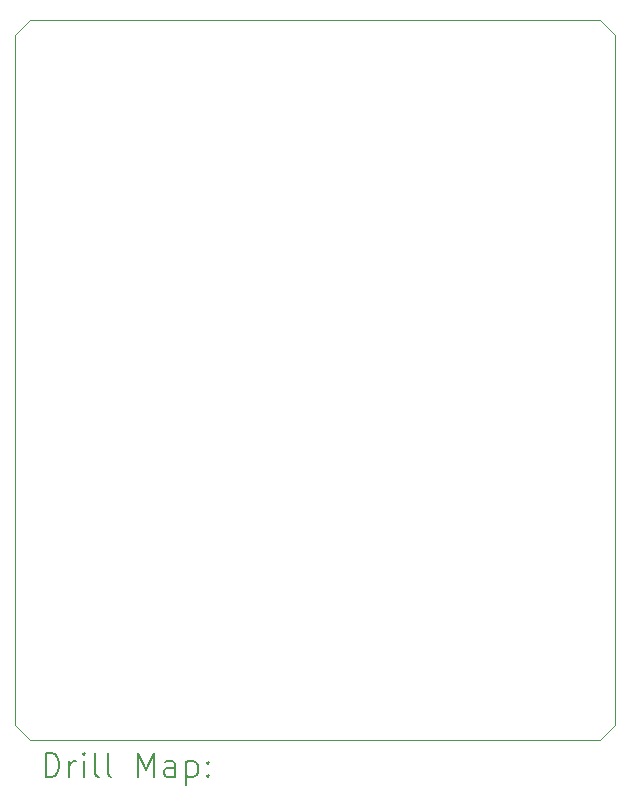
<source format=gbr>
%TF.GenerationSoftware,KiCad,Pcbnew,9.0.1*%
%TF.CreationDate,2025-10-08T22:03:19-06:00*%
%TF.ProjectId,testbench,74657374-6265-46e6-9368-2e6b69636164,rev?*%
%TF.SameCoordinates,Original*%
%TF.FileFunction,Drillmap*%
%TF.FilePolarity,Positive*%
%FSLAX45Y45*%
G04 Gerber Fmt 4.5, Leading zero omitted, Abs format (unit mm)*
G04 Created by KiCad (PCBNEW 9.0.1) date 2025-10-08 22:03:19*
%MOMM*%
%LPD*%
G01*
G04 APERTURE LIST*
%ADD10C,0.050000*%
%ADD11C,0.200000*%
G04 APERTURE END LIST*
D10*
X10922000Y-13589000D02*
X10922000Y-8382000D01*
X11049000Y-13716000D02*
X10922000Y-13589000D01*
X15875000Y-13716000D02*
X11049000Y-13716000D01*
X16002000Y-13589000D02*
X15875000Y-13716000D01*
X16002000Y-7747000D02*
X16002000Y-13589000D01*
X15875000Y-7620000D02*
X16002000Y-7747000D01*
X11049000Y-7620000D02*
X15875000Y-7620000D01*
X10922000Y-7747000D02*
X11049000Y-7620000D01*
X10922000Y-8382000D02*
X10922000Y-7747000D01*
D11*
X11180277Y-14029984D02*
X11180277Y-13829984D01*
X11180277Y-13829984D02*
X11227896Y-13829984D01*
X11227896Y-13829984D02*
X11256467Y-13839508D01*
X11256467Y-13839508D02*
X11275515Y-13858555D01*
X11275515Y-13858555D02*
X11285039Y-13877603D01*
X11285039Y-13877603D02*
X11294562Y-13915698D01*
X11294562Y-13915698D02*
X11294562Y-13944269D01*
X11294562Y-13944269D02*
X11285039Y-13982365D01*
X11285039Y-13982365D02*
X11275515Y-14001412D01*
X11275515Y-14001412D02*
X11256467Y-14020460D01*
X11256467Y-14020460D02*
X11227896Y-14029984D01*
X11227896Y-14029984D02*
X11180277Y-14029984D01*
X11380277Y-14029984D02*
X11380277Y-13896650D01*
X11380277Y-13934746D02*
X11389801Y-13915698D01*
X11389801Y-13915698D02*
X11399324Y-13906174D01*
X11399324Y-13906174D02*
X11418372Y-13896650D01*
X11418372Y-13896650D02*
X11437420Y-13896650D01*
X11504086Y-14029984D02*
X11504086Y-13896650D01*
X11504086Y-13829984D02*
X11494562Y-13839508D01*
X11494562Y-13839508D02*
X11504086Y-13849031D01*
X11504086Y-13849031D02*
X11513610Y-13839508D01*
X11513610Y-13839508D02*
X11504086Y-13829984D01*
X11504086Y-13829984D02*
X11504086Y-13849031D01*
X11627896Y-14029984D02*
X11608848Y-14020460D01*
X11608848Y-14020460D02*
X11599324Y-14001412D01*
X11599324Y-14001412D02*
X11599324Y-13829984D01*
X11732658Y-14029984D02*
X11713610Y-14020460D01*
X11713610Y-14020460D02*
X11704086Y-14001412D01*
X11704086Y-14001412D02*
X11704086Y-13829984D01*
X11961229Y-14029984D02*
X11961229Y-13829984D01*
X11961229Y-13829984D02*
X12027896Y-13972841D01*
X12027896Y-13972841D02*
X12094562Y-13829984D01*
X12094562Y-13829984D02*
X12094562Y-14029984D01*
X12275515Y-14029984D02*
X12275515Y-13925222D01*
X12275515Y-13925222D02*
X12265991Y-13906174D01*
X12265991Y-13906174D02*
X12246943Y-13896650D01*
X12246943Y-13896650D02*
X12208848Y-13896650D01*
X12208848Y-13896650D02*
X12189801Y-13906174D01*
X12275515Y-14020460D02*
X12256467Y-14029984D01*
X12256467Y-14029984D02*
X12208848Y-14029984D01*
X12208848Y-14029984D02*
X12189801Y-14020460D01*
X12189801Y-14020460D02*
X12180277Y-14001412D01*
X12180277Y-14001412D02*
X12180277Y-13982365D01*
X12180277Y-13982365D02*
X12189801Y-13963317D01*
X12189801Y-13963317D02*
X12208848Y-13953793D01*
X12208848Y-13953793D02*
X12256467Y-13953793D01*
X12256467Y-13953793D02*
X12275515Y-13944269D01*
X12370753Y-13896650D02*
X12370753Y-14096650D01*
X12370753Y-13906174D02*
X12389801Y-13896650D01*
X12389801Y-13896650D02*
X12427896Y-13896650D01*
X12427896Y-13896650D02*
X12446943Y-13906174D01*
X12446943Y-13906174D02*
X12456467Y-13915698D01*
X12456467Y-13915698D02*
X12465991Y-13934746D01*
X12465991Y-13934746D02*
X12465991Y-13991888D01*
X12465991Y-13991888D02*
X12456467Y-14010936D01*
X12456467Y-14010936D02*
X12446943Y-14020460D01*
X12446943Y-14020460D02*
X12427896Y-14029984D01*
X12427896Y-14029984D02*
X12389801Y-14029984D01*
X12389801Y-14029984D02*
X12370753Y-14020460D01*
X12551705Y-14010936D02*
X12561229Y-14020460D01*
X12561229Y-14020460D02*
X12551705Y-14029984D01*
X12551705Y-14029984D02*
X12542182Y-14020460D01*
X12542182Y-14020460D02*
X12551705Y-14010936D01*
X12551705Y-14010936D02*
X12551705Y-14029984D01*
X12551705Y-13906174D02*
X12561229Y-13915698D01*
X12561229Y-13915698D02*
X12551705Y-13925222D01*
X12551705Y-13925222D02*
X12542182Y-13915698D01*
X12542182Y-13915698D02*
X12551705Y-13906174D01*
X12551705Y-13906174D02*
X12551705Y-13925222D01*
M02*

</source>
